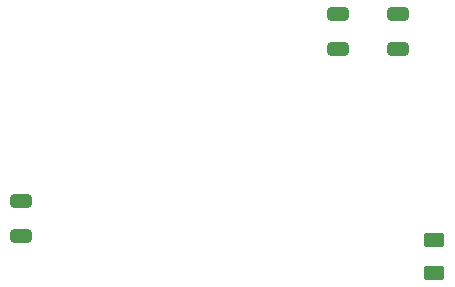
<source format=gbr>
G04 #@! TF.GenerationSoftware,KiCad,Pcbnew,8.0.1*
G04 #@! TF.CreationDate,2024-04-28T19:56:16+02:00*
G04 #@! TF.ProjectId,Atmega16-32 Development Board,41746d65-6761-4313-962d-333220446576,V1.0*
G04 #@! TF.SameCoordinates,PX1e47770PY791ddc0*
G04 #@! TF.FileFunction,Paste,Bot*
G04 #@! TF.FilePolarity,Positive*
%FSLAX46Y46*%
G04 Gerber Fmt 4.6, Leading zero omitted, Abs format (unit mm)*
G04 Created by KiCad (PCBNEW 8.0.1) date 2024-04-28 19:56:16*
%MOMM*%
%LPD*%
G01*
G04 APERTURE LIST*
G04 Aperture macros list*
%AMRoundRect*
0 Rectangle with rounded corners*
0 $1 Rounding radius*
0 $2 $3 $4 $5 $6 $7 $8 $9 X,Y pos of 4 corners*
0 Add a 4 corners polygon primitive as box body*
4,1,4,$2,$3,$4,$5,$6,$7,$8,$9,$2,$3,0*
0 Add four circle primitives for the rounded corners*
1,1,$1+$1,$2,$3*
1,1,$1+$1,$4,$5*
1,1,$1+$1,$6,$7*
1,1,$1+$1,$8,$9*
0 Add four rect primitives between the rounded corners*
20,1,$1+$1,$2,$3,$4,$5,0*
20,1,$1+$1,$4,$5,$6,$7,0*
20,1,$1+$1,$6,$7,$8,$9,0*
20,1,$1+$1,$8,$9,$2,$3,0*%
G04 Aperture macros list end*
%ADD10RoundRect,0.250000X0.650000X-0.325000X0.650000X0.325000X-0.650000X0.325000X-0.650000X-0.325000X0*%
%ADD11RoundRect,0.250000X-0.650000X0.325000X-0.650000X-0.325000X0.650000X-0.325000X0.650000X0.325000X0*%
%ADD12RoundRect,0.250000X-0.625000X0.375000X-0.625000X-0.375000X0.625000X-0.375000X0.625000X0.375000X0*%
G04 APERTURE END LIST*
D10*
X83909651Y53769651D03*
X83909651Y56719651D03*
D11*
X52070000Y40845000D03*
X52070000Y37895000D03*
D10*
X78829651Y53769651D03*
X78829651Y56719651D03*
D12*
X86994651Y37594651D03*
X86994651Y34794651D03*
M02*

</source>
